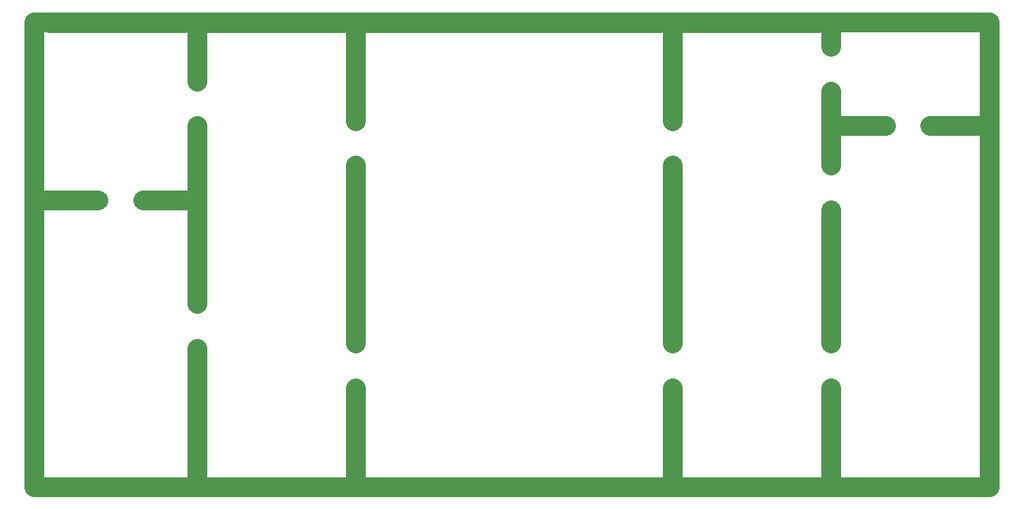
<source format=gbr>
G04 (created by PCBNEW (2013-03-19 BZR 4004)-stable) date 8/12/2013 12:05:24 AM*
%MOIN*%
G04 Gerber Fmt 3.4, Leading zero omitted, Abs format*
%FSLAX34Y34*%
G01*
G70*
G90*
G04 APERTURE LIST*
%ADD10C,0*%
%ADD11C,0.1*%
%ADD12C,0.001*%
G04 APERTURE END LIST*
G54D10*
G54D11*
X84750Y-49750D02*
X84750Y-31500D01*
X84750Y-31500D02*
X81750Y-31500D01*
X36500Y-26250D02*
X36500Y-35000D01*
X76750Y-35750D02*
X76750Y-42500D01*
X76750Y-31500D02*
X76750Y-33500D01*
X76750Y-31500D02*
X79500Y-31500D01*
X76750Y-29750D02*
X76750Y-31500D01*
X68750Y-33500D02*
X68750Y-42500D01*
X52750Y-33500D02*
X52750Y-42500D01*
X44750Y-35250D02*
X44750Y-40500D01*
X44750Y-35250D02*
X42000Y-35250D01*
X44750Y-35000D02*
X44750Y-35250D01*
X44750Y-33750D02*
X44750Y-35000D01*
X44750Y-31500D02*
X44750Y-33750D01*
X36500Y-49750D02*
X37000Y-49750D01*
X36500Y-35250D02*
X36500Y-49750D01*
X36500Y-35250D02*
X39750Y-35250D01*
X36500Y-35000D02*
X36500Y-35250D01*
X36750Y-26250D02*
X36500Y-26250D01*
X44750Y-26250D02*
X36750Y-26250D01*
X44750Y-26250D02*
X44750Y-29250D01*
X52750Y-26250D02*
X44750Y-26250D01*
X52750Y-26250D02*
X52750Y-31250D01*
X68750Y-26250D02*
X52750Y-26250D01*
X68750Y-26250D02*
X68750Y-31250D01*
X76750Y-26250D02*
X68750Y-26250D01*
X76750Y-26250D02*
X76750Y-27500D01*
X84750Y-26250D02*
X76750Y-26250D01*
X84750Y-31500D02*
X84750Y-26250D01*
X84500Y-49750D02*
X84750Y-49750D01*
X76750Y-49750D02*
X84500Y-49750D01*
X76750Y-49750D02*
X76750Y-44750D01*
X68750Y-49750D02*
X76750Y-49750D01*
X68750Y-49750D02*
X68750Y-44750D01*
X52750Y-49750D02*
X68750Y-49750D01*
X52750Y-49750D02*
X52750Y-44750D01*
X44750Y-49750D02*
X52750Y-49750D01*
X44750Y-49750D02*
X44750Y-42750D01*
X37000Y-49750D02*
X44750Y-49750D01*
G54D12*
X45170Y-26760D02*
X45175Y-26760D01*
X45170Y-49260D02*
X45180Y-49260D01*
X37170Y-26760D02*
X40170Y-26760D01*
X41570Y-26760D02*
X44170Y-26760D01*
X41570Y-26760D02*
X40170Y-26760D01*
X44170Y-49260D02*
X37170Y-49260D01*
X84170Y-49260D02*
X77170Y-49260D01*
X69170Y-26760D02*
X72170Y-26760D01*
X73570Y-26760D02*
X76170Y-26760D01*
X69170Y-38860D02*
X69170Y-40260D01*
X73570Y-26760D02*
X72170Y-26760D01*
X76170Y-49260D02*
X69170Y-49260D01*
X52170Y-49260D02*
X45170Y-49260D01*
X53170Y-49260D02*
X68170Y-49260D01*
X55770Y-26760D02*
X57170Y-26760D01*
X65570Y-26760D02*
X64170Y-26760D01*
X49570Y-26760D02*
X48170Y-26760D01*
X64170Y-26760D02*
X57170Y-26760D01*
X65570Y-26760D02*
X68170Y-26760D01*
X55770Y-26760D02*
X53170Y-26760D01*
X49570Y-26760D02*
X52170Y-26760D01*
X61615Y-50140D02*
X61615Y-50145D01*
X45170Y-26760D02*
X48170Y-26760D01*
M02*

</source>
